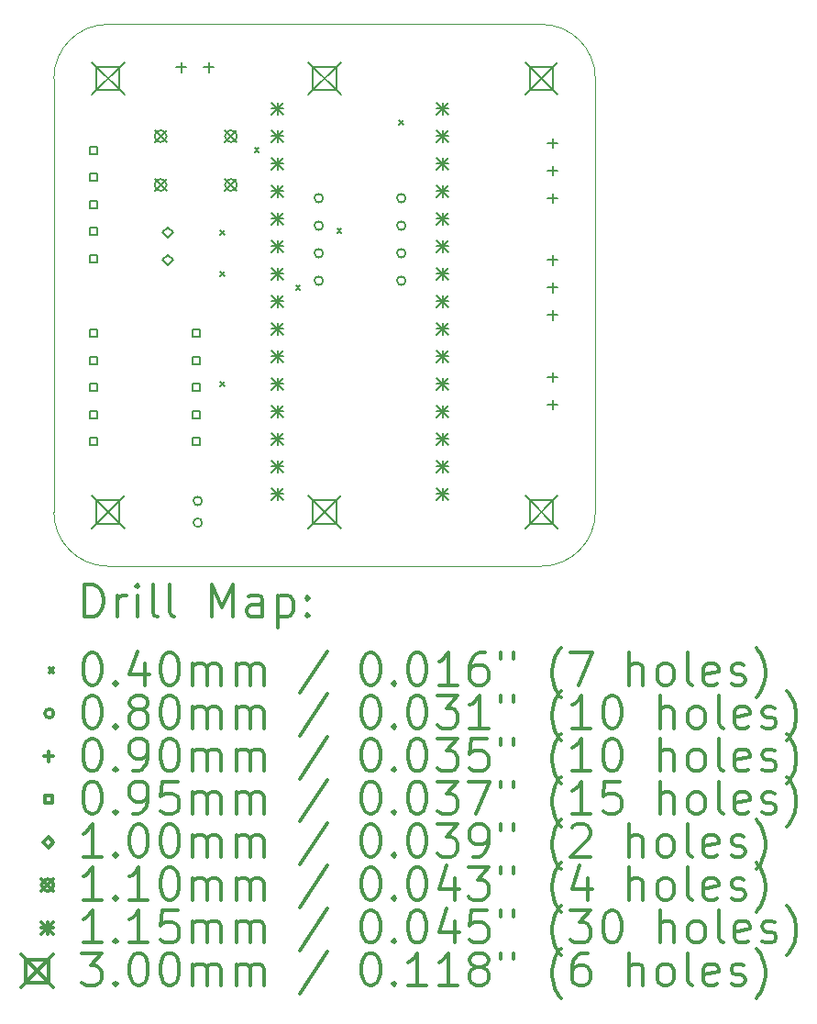
<source format=gbr>
%FSLAX45Y45*%
G04 Gerber Fmt 4.5, Leading zero omitted, Abs format (unit mm)*
G04 Created by KiCad (PCBNEW (5.1.2)-2) date 2019-12-10 15:17:44*
%MOMM*%
%LPD*%
G04 APERTURE LIST*
%ADD10C,0.050000*%
%ADD11C,0.200000*%
%ADD12C,0.300000*%
G04 APERTURE END LIST*
D10*
X14500000Y-5000000D02*
G75*
G02X15000000Y-5500000I0J-500000D01*
G01*
X15000000Y-9500000D02*
G75*
G02X14500000Y-10000000I-500000J0D01*
G01*
X10500000Y-10000000D02*
G75*
G02X10000000Y-9500000I0J500000D01*
G01*
X10000000Y-5500000D02*
G75*
G02X10500000Y-5000000I500000J0D01*
G01*
X10000000Y-9500000D02*
X10000000Y-5500000D01*
X14500000Y-10000000D02*
X10500000Y-10000000D01*
X15000000Y-5500000D02*
X15000000Y-9500000D01*
X10500000Y-5000000D02*
X14500000Y-5000000D01*
D11*
X11537000Y-6901500D02*
X11577000Y-6941500D01*
X11577000Y-6901500D02*
X11537000Y-6941500D01*
X11537000Y-7282500D02*
X11577000Y-7322500D01*
X11577000Y-7282500D02*
X11537000Y-7322500D01*
X11537000Y-8298500D02*
X11577000Y-8338500D01*
X11577000Y-8298500D02*
X11537000Y-8338500D01*
X11854500Y-6139500D02*
X11894500Y-6179500D01*
X11894500Y-6139500D02*
X11854500Y-6179500D01*
X12235500Y-7409500D02*
X12275500Y-7449500D01*
X12275500Y-7409500D02*
X12235500Y-7449500D01*
X12616500Y-6887000D02*
X12656500Y-6927000D01*
X12656500Y-6887000D02*
X12616500Y-6927000D01*
X13188000Y-5885500D02*
X13228000Y-5925500D01*
X13228000Y-5885500D02*
X13188000Y-5925500D01*
X12486000Y-6604000D02*
G75*
G03X12486000Y-6604000I-40000J0D01*
G01*
X12486000Y-6858000D02*
G75*
G03X12486000Y-6858000I-40000J0D01*
G01*
X12486000Y-7112000D02*
G75*
G03X12486000Y-7112000I-40000J0D01*
G01*
X12486000Y-7366000D02*
G75*
G03X12486000Y-7366000I-40000J0D01*
G01*
X13248000Y-6604000D02*
G75*
G03X13248000Y-6604000I-40000J0D01*
G01*
X13248000Y-6858000D02*
G75*
G03X13248000Y-6858000I-40000J0D01*
G01*
X13248000Y-7112000D02*
G75*
G03X13248000Y-7112000I-40000J0D01*
G01*
X13248000Y-7366000D02*
G75*
G03X13248000Y-7366000I-40000J0D01*
G01*
X11368400Y-9398000D02*
G75*
G03X11368400Y-9398000I-40000J0D01*
G01*
X11368400Y-9598000D02*
G75*
G03X11368400Y-9598000I-40000J0D01*
G01*
X14605000Y-6051000D02*
X14605000Y-6141000D01*
X14560000Y-6096000D02*
X14650000Y-6096000D01*
X14605000Y-6305000D02*
X14605000Y-6395000D01*
X14560000Y-6350000D02*
X14650000Y-6350000D01*
X14605000Y-6559000D02*
X14605000Y-6649000D01*
X14560000Y-6604000D02*
X14650000Y-6604000D01*
X14605000Y-8210000D02*
X14605000Y-8300000D01*
X14560000Y-8255000D02*
X14650000Y-8255000D01*
X14605000Y-8464000D02*
X14605000Y-8554000D01*
X14560000Y-8509000D02*
X14650000Y-8509000D01*
X14605000Y-7130500D02*
X14605000Y-7220500D01*
X14560000Y-7175500D02*
X14650000Y-7175500D01*
X14605000Y-7384500D02*
X14605000Y-7474500D01*
X14560000Y-7429500D02*
X14650000Y-7429500D01*
X14605000Y-7638500D02*
X14605000Y-7728500D01*
X14560000Y-7683500D02*
X14650000Y-7683500D01*
X11176000Y-5352500D02*
X11176000Y-5442500D01*
X11131000Y-5397500D02*
X11221000Y-5397500D01*
X11430000Y-5352500D02*
X11430000Y-5442500D01*
X11385000Y-5397500D02*
X11475000Y-5397500D01*
X11349288Y-7885488D02*
X11349288Y-7818312D01*
X11282112Y-7818312D01*
X11282112Y-7885488D01*
X11349288Y-7885488D01*
X11349288Y-8135488D02*
X11349288Y-8068312D01*
X11282112Y-8068312D01*
X11282112Y-8135488D01*
X11349288Y-8135488D01*
X11349288Y-8385488D02*
X11349288Y-8318312D01*
X11282112Y-8318312D01*
X11282112Y-8385488D01*
X11349288Y-8385488D01*
X11349288Y-8635488D02*
X11349288Y-8568312D01*
X11282112Y-8568312D01*
X11282112Y-8635488D01*
X11349288Y-8635488D01*
X11349288Y-8885488D02*
X11349288Y-8818312D01*
X11282112Y-8818312D01*
X11282112Y-8885488D01*
X11349288Y-8885488D01*
X10396788Y-7885488D02*
X10396788Y-7818312D01*
X10329612Y-7818312D01*
X10329612Y-7885488D01*
X10396788Y-7885488D01*
X10396788Y-8135488D02*
X10396788Y-8068312D01*
X10329612Y-8068312D01*
X10329612Y-8135488D01*
X10396788Y-8135488D01*
X10396788Y-8385488D02*
X10396788Y-8318312D01*
X10329612Y-8318312D01*
X10329612Y-8385488D01*
X10396788Y-8385488D01*
X10396788Y-8635488D02*
X10396788Y-8568312D01*
X10329612Y-8568312D01*
X10329612Y-8635488D01*
X10396788Y-8635488D01*
X10396788Y-8885488D02*
X10396788Y-8818312D01*
X10329612Y-8818312D01*
X10329612Y-8885488D01*
X10396788Y-8885488D01*
X10396788Y-6196388D02*
X10396788Y-6129212D01*
X10329612Y-6129212D01*
X10329612Y-6196388D01*
X10396788Y-6196388D01*
X10396788Y-6446388D02*
X10396788Y-6379212D01*
X10329612Y-6379212D01*
X10329612Y-6446388D01*
X10396788Y-6446388D01*
X10396788Y-6696388D02*
X10396788Y-6629212D01*
X10329612Y-6629212D01*
X10329612Y-6696388D01*
X10396788Y-6696388D01*
X10396788Y-6946388D02*
X10396788Y-6879212D01*
X10329612Y-6879212D01*
X10329612Y-6946388D01*
X10396788Y-6946388D01*
X10396788Y-7196388D02*
X10396788Y-7129212D01*
X10329612Y-7129212D01*
X10329612Y-7196388D01*
X10396788Y-7196388D01*
X11049000Y-6971500D02*
X11099000Y-6921500D01*
X11049000Y-6871500D01*
X10999000Y-6921500D01*
X11049000Y-6971500D01*
X11049000Y-7225500D02*
X11099000Y-7175500D01*
X11049000Y-7125500D01*
X10999000Y-7175500D01*
X11049000Y-7225500D01*
X10930500Y-5977500D02*
X11040500Y-6087500D01*
X11040500Y-5977500D02*
X10930500Y-6087500D01*
X11040500Y-6032500D02*
G75*
G03X11040500Y-6032500I-55000J0D01*
G01*
X10930500Y-6427500D02*
X11040500Y-6537500D01*
X11040500Y-6427500D02*
X10930500Y-6537500D01*
X11040500Y-6482500D02*
G75*
G03X11040500Y-6482500I-55000J0D01*
G01*
X11580500Y-5977500D02*
X11690500Y-6087500D01*
X11690500Y-5977500D02*
X11580500Y-6087500D01*
X11690500Y-6032500D02*
G75*
G03X11690500Y-6032500I-55000J0D01*
G01*
X11580500Y-6427500D02*
X11690500Y-6537500D01*
X11690500Y-6427500D02*
X11580500Y-6537500D01*
X11690500Y-6482500D02*
G75*
G03X11690500Y-6482500I-55000J0D01*
G01*
X12007500Y-5721000D02*
X12122500Y-5836000D01*
X12122500Y-5721000D02*
X12007500Y-5836000D01*
X12065000Y-5721000D02*
X12065000Y-5836000D01*
X12007500Y-5778500D02*
X12122500Y-5778500D01*
X12007500Y-5975000D02*
X12122500Y-6090000D01*
X12122500Y-5975000D02*
X12007500Y-6090000D01*
X12065000Y-5975000D02*
X12065000Y-6090000D01*
X12007500Y-6032500D02*
X12122500Y-6032500D01*
X12007500Y-6229000D02*
X12122500Y-6344000D01*
X12122500Y-6229000D02*
X12007500Y-6344000D01*
X12065000Y-6229000D02*
X12065000Y-6344000D01*
X12007500Y-6286500D02*
X12122500Y-6286500D01*
X12007500Y-6483000D02*
X12122500Y-6598000D01*
X12122500Y-6483000D02*
X12007500Y-6598000D01*
X12065000Y-6483000D02*
X12065000Y-6598000D01*
X12007500Y-6540500D02*
X12122500Y-6540500D01*
X12007500Y-6737000D02*
X12122500Y-6852000D01*
X12122500Y-6737000D02*
X12007500Y-6852000D01*
X12065000Y-6737000D02*
X12065000Y-6852000D01*
X12007500Y-6794500D02*
X12122500Y-6794500D01*
X12007500Y-6991000D02*
X12122500Y-7106000D01*
X12122500Y-6991000D02*
X12007500Y-7106000D01*
X12065000Y-6991000D02*
X12065000Y-7106000D01*
X12007500Y-7048500D02*
X12122500Y-7048500D01*
X12007500Y-7245000D02*
X12122500Y-7360000D01*
X12122500Y-7245000D02*
X12007500Y-7360000D01*
X12065000Y-7245000D02*
X12065000Y-7360000D01*
X12007500Y-7302500D02*
X12122500Y-7302500D01*
X12007500Y-7499000D02*
X12122500Y-7614000D01*
X12122500Y-7499000D02*
X12007500Y-7614000D01*
X12065000Y-7499000D02*
X12065000Y-7614000D01*
X12007500Y-7556500D02*
X12122500Y-7556500D01*
X12007500Y-7753000D02*
X12122500Y-7868000D01*
X12122500Y-7753000D02*
X12007500Y-7868000D01*
X12065000Y-7753000D02*
X12065000Y-7868000D01*
X12007500Y-7810500D02*
X12122500Y-7810500D01*
X12007500Y-8007000D02*
X12122500Y-8122000D01*
X12122500Y-8007000D02*
X12007500Y-8122000D01*
X12065000Y-8007000D02*
X12065000Y-8122000D01*
X12007500Y-8064500D02*
X12122500Y-8064500D01*
X12007500Y-8261000D02*
X12122500Y-8376000D01*
X12122500Y-8261000D02*
X12007500Y-8376000D01*
X12065000Y-8261000D02*
X12065000Y-8376000D01*
X12007500Y-8318500D02*
X12122500Y-8318500D01*
X12007500Y-8515000D02*
X12122500Y-8630000D01*
X12122500Y-8515000D02*
X12007500Y-8630000D01*
X12065000Y-8515000D02*
X12065000Y-8630000D01*
X12007500Y-8572500D02*
X12122500Y-8572500D01*
X12007500Y-8769000D02*
X12122500Y-8884000D01*
X12122500Y-8769000D02*
X12007500Y-8884000D01*
X12065000Y-8769000D02*
X12065000Y-8884000D01*
X12007500Y-8826500D02*
X12122500Y-8826500D01*
X12007500Y-9023000D02*
X12122500Y-9138000D01*
X12122500Y-9023000D02*
X12007500Y-9138000D01*
X12065000Y-9023000D02*
X12065000Y-9138000D01*
X12007500Y-9080500D02*
X12122500Y-9080500D01*
X12007500Y-9277000D02*
X12122500Y-9392000D01*
X12122500Y-9277000D02*
X12007500Y-9392000D01*
X12065000Y-9277000D02*
X12065000Y-9392000D01*
X12007500Y-9334500D02*
X12122500Y-9334500D01*
X13531500Y-5721000D02*
X13646500Y-5836000D01*
X13646500Y-5721000D02*
X13531500Y-5836000D01*
X13589000Y-5721000D02*
X13589000Y-5836000D01*
X13531500Y-5778500D02*
X13646500Y-5778500D01*
X13531500Y-5975000D02*
X13646500Y-6090000D01*
X13646500Y-5975000D02*
X13531500Y-6090000D01*
X13589000Y-5975000D02*
X13589000Y-6090000D01*
X13531500Y-6032500D02*
X13646500Y-6032500D01*
X13531500Y-6229000D02*
X13646500Y-6344000D01*
X13646500Y-6229000D02*
X13531500Y-6344000D01*
X13589000Y-6229000D02*
X13589000Y-6344000D01*
X13531500Y-6286500D02*
X13646500Y-6286500D01*
X13531500Y-6483000D02*
X13646500Y-6598000D01*
X13646500Y-6483000D02*
X13531500Y-6598000D01*
X13589000Y-6483000D02*
X13589000Y-6598000D01*
X13531500Y-6540500D02*
X13646500Y-6540500D01*
X13531500Y-6737000D02*
X13646500Y-6852000D01*
X13646500Y-6737000D02*
X13531500Y-6852000D01*
X13589000Y-6737000D02*
X13589000Y-6852000D01*
X13531500Y-6794500D02*
X13646500Y-6794500D01*
X13531500Y-6991000D02*
X13646500Y-7106000D01*
X13646500Y-6991000D02*
X13531500Y-7106000D01*
X13589000Y-6991000D02*
X13589000Y-7106000D01*
X13531500Y-7048500D02*
X13646500Y-7048500D01*
X13531500Y-7245000D02*
X13646500Y-7360000D01*
X13646500Y-7245000D02*
X13531500Y-7360000D01*
X13589000Y-7245000D02*
X13589000Y-7360000D01*
X13531500Y-7302500D02*
X13646500Y-7302500D01*
X13531500Y-7499000D02*
X13646500Y-7614000D01*
X13646500Y-7499000D02*
X13531500Y-7614000D01*
X13589000Y-7499000D02*
X13589000Y-7614000D01*
X13531500Y-7556500D02*
X13646500Y-7556500D01*
X13531500Y-7753000D02*
X13646500Y-7868000D01*
X13646500Y-7753000D02*
X13531500Y-7868000D01*
X13589000Y-7753000D02*
X13589000Y-7868000D01*
X13531500Y-7810500D02*
X13646500Y-7810500D01*
X13531500Y-8007000D02*
X13646500Y-8122000D01*
X13646500Y-8007000D02*
X13531500Y-8122000D01*
X13589000Y-8007000D02*
X13589000Y-8122000D01*
X13531500Y-8064500D02*
X13646500Y-8064500D01*
X13531500Y-8261000D02*
X13646500Y-8376000D01*
X13646500Y-8261000D02*
X13531500Y-8376000D01*
X13589000Y-8261000D02*
X13589000Y-8376000D01*
X13531500Y-8318500D02*
X13646500Y-8318500D01*
X13531500Y-8515000D02*
X13646500Y-8630000D01*
X13646500Y-8515000D02*
X13531500Y-8630000D01*
X13589000Y-8515000D02*
X13589000Y-8630000D01*
X13531500Y-8572500D02*
X13646500Y-8572500D01*
X13531500Y-8769000D02*
X13646500Y-8884000D01*
X13646500Y-8769000D02*
X13531500Y-8884000D01*
X13589000Y-8769000D02*
X13589000Y-8884000D01*
X13531500Y-8826500D02*
X13646500Y-8826500D01*
X13531500Y-9023000D02*
X13646500Y-9138000D01*
X13646500Y-9023000D02*
X13531500Y-9138000D01*
X13589000Y-9023000D02*
X13589000Y-9138000D01*
X13531500Y-9080500D02*
X13646500Y-9080500D01*
X13531500Y-9277000D02*
X13646500Y-9392000D01*
X13646500Y-9277000D02*
X13531500Y-9392000D01*
X13589000Y-9277000D02*
X13589000Y-9392000D01*
X13531500Y-9334500D02*
X13646500Y-9334500D01*
X10350000Y-5350000D02*
X10650000Y-5650000D01*
X10650000Y-5350000D02*
X10350000Y-5650000D01*
X10606067Y-5606067D02*
X10606067Y-5393933D01*
X10393933Y-5393933D01*
X10393933Y-5606067D01*
X10606067Y-5606067D01*
X10350000Y-9350000D02*
X10650000Y-9650000D01*
X10650000Y-9350000D02*
X10350000Y-9650000D01*
X10606067Y-9606067D02*
X10606067Y-9393933D01*
X10393933Y-9393933D01*
X10393933Y-9606067D01*
X10606067Y-9606067D01*
X12350000Y-5350000D02*
X12650000Y-5650000D01*
X12650000Y-5350000D02*
X12350000Y-5650000D01*
X12606067Y-5606067D02*
X12606067Y-5393933D01*
X12393933Y-5393933D01*
X12393933Y-5606067D01*
X12606067Y-5606067D01*
X12350000Y-9350000D02*
X12650000Y-9650000D01*
X12650000Y-9350000D02*
X12350000Y-9650000D01*
X12606067Y-9606067D02*
X12606067Y-9393933D01*
X12393933Y-9393933D01*
X12393933Y-9606067D01*
X12606067Y-9606067D01*
X14350000Y-5350000D02*
X14650000Y-5650000D01*
X14650000Y-5350000D02*
X14350000Y-5650000D01*
X14606067Y-5606067D02*
X14606067Y-5393933D01*
X14393933Y-5393933D01*
X14393933Y-5606067D01*
X14606067Y-5606067D01*
X14350000Y-9350000D02*
X14650000Y-9650000D01*
X14650000Y-9350000D02*
X14350000Y-9650000D01*
X14606067Y-9606067D02*
X14606067Y-9393933D01*
X14393933Y-9393933D01*
X14393933Y-9606067D01*
X14606067Y-9606067D01*
D12*
X10283928Y-10468214D02*
X10283928Y-10168214D01*
X10355357Y-10168214D01*
X10398214Y-10182500D01*
X10426786Y-10211072D01*
X10441071Y-10239643D01*
X10455357Y-10296786D01*
X10455357Y-10339643D01*
X10441071Y-10396786D01*
X10426786Y-10425357D01*
X10398214Y-10453929D01*
X10355357Y-10468214D01*
X10283928Y-10468214D01*
X10583928Y-10468214D02*
X10583928Y-10268214D01*
X10583928Y-10325357D02*
X10598214Y-10296786D01*
X10612500Y-10282500D01*
X10641071Y-10268214D01*
X10669643Y-10268214D01*
X10769643Y-10468214D02*
X10769643Y-10268214D01*
X10769643Y-10168214D02*
X10755357Y-10182500D01*
X10769643Y-10196786D01*
X10783928Y-10182500D01*
X10769643Y-10168214D01*
X10769643Y-10196786D01*
X10955357Y-10468214D02*
X10926786Y-10453929D01*
X10912500Y-10425357D01*
X10912500Y-10168214D01*
X11112500Y-10468214D02*
X11083928Y-10453929D01*
X11069643Y-10425357D01*
X11069643Y-10168214D01*
X11455357Y-10468214D02*
X11455357Y-10168214D01*
X11555357Y-10382500D01*
X11655357Y-10168214D01*
X11655357Y-10468214D01*
X11926786Y-10468214D02*
X11926786Y-10311072D01*
X11912500Y-10282500D01*
X11883928Y-10268214D01*
X11826786Y-10268214D01*
X11798214Y-10282500D01*
X11926786Y-10453929D02*
X11898214Y-10468214D01*
X11826786Y-10468214D01*
X11798214Y-10453929D01*
X11783928Y-10425357D01*
X11783928Y-10396786D01*
X11798214Y-10368214D01*
X11826786Y-10353929D01*
X11898214Y-10353929D01*
X11926786Y-10339643D01*
X12069643Y-10268214D02*
X12069643Y-10568214D01*
X12069643Y-10282500D02*
X12098214Y-10268214D01*
X12155357Y-10268214D01*
X12183928Y-10282500D01*
X12198214Y-10296786D01*
X12212500Y-10325357D01*
X12212500Y-10411072D01*
X12198214Y-10439643D01*
X12183928Y-10453929D01*
X12155357Y-10468214D01*
X12098214Y-10468214D01*
X12069643Y-10453929D01*
X12341071Y-10439643D02*
X12355357Y-10453929D01*
X12341071Y-10468214D01*
X12326786Y-10453929D01*
X12341071Y-10439643D01*
X12341071Y-10468214D01*
X12341071Y-10282500D02*
X12355357Y-10296786D01*
X12341071Y-10311072D01*
X12326786Y-10296786D01*
X12341071Y-10282500D01*
X12341071Y-10311072D01*
X9957500Y-10942500D02*
X9997500Y-10982500D01*
X9997500Y-10942500D02*
X9957500Y-10982500D01*
X10341071Y-10798214D02*
X10369643Y-10798214D01*
X10398214Y-10812500D01*
X10412500Y-10826786D01*
X10426786Y-10855357D01*
X10441071Y-10912500D01*
X10441071Y-10983929D01*
X10426786Y-11041072D01*
X10412500Y-11069643D01*
X10398214Y-11083929D01*
X10369643Y-11098214D01*
X10341071Y-11098214D01*
X10312500Y-11083929D01*
X10298214Y-11069643D01*
X10283928Y-11041072D01*
X10269643Y-10983929D01*
X10269643Y-10912500D01*
X10283928Y-10855357D01*
X10298214Y-10826786D01*
X10312500Y-10812500D01*
X10341071Y-10798214D01*
X10569643Y-11069643D02*
X10583928Y-11083929D01*
X10569643Y-11098214D01*
X10555357Y-11083929D01*
X10569643Y-11069643D01*
X10569643Y-11098214D01*
X10841071Y-10898214D02*
X10841071Y-11098214D01*
X10769643Y-10783929D02*
X10698214Y-10998214D01*
X10883928Y-10998214D01*
X11055357Y-10798214D02*
X11083928Y-10798214D01*
X11112500Y-10812500D01*
X11126786Y-10826786D01*
X11141071Y-10855357D01*
X11155357Y-10912500D01*
X11155357Y-10983929D01*
X11141071Y-11041072D01*
X11126786Y-11069643D01*
X11112500Y-11083929D01*
X11083928Y-11098214D01*
X11055357Y-11098214D01*
X11026786Y-11083929D01*
X11012500Y-11069643D01*
X10998214Y-11041072D01*
X10983928Y-10983929D01*
X10983928Y-10912500D01*
X10998214Y-10855357D01*
X11012500Y-10826786D01*
X11026786Y-10812500D01*
X11055357Y-10798214D01*
X11283928Y-11098214D02*
X11283928Y-10898214D01*
X11283928Y-10926786D02*
X11298214Y-10912500D01*
X11326786Y-10898214D01*
X11369643Y-10898214D01*
X11398214Y-10912500D01*
X11412500Y-10941072D01*
X11412500Y-11098214D01*
X11412500Y-10941072D02*
X11426786Y-10912500D01*
X11455357Y-10898214D01*
X11498214Y-10898214D01*
X11526786Y-10912500D01*
X11541071Y-10941072D01*
X11541071Y-11098214D01*
X11683928Y-11098214D02*
X11683928Y-10898214D01*
X11683928Y-10926786D02*
X11698214Y-10912500D01*
X11726786Y-10898214D01*
X11769643Y-10898214D01*
X11798214Y-10912500D01*
X11812500Y-10941072D01*
X11812500Y-11098214D01*
X11812500Y-10941072D02*
X11826786Y-10912500D01*
X11855357Y-10898214D01*
X11898214Y-10898214D01*
X11926786Y-10912500D01*
X11941071Y-10941072D01*
X11941071Y-11098214D01*
X12526786Y-10783929D02*
X12269643Y-11169643D01*
X12912500Y-10798214D02*
X12941071Y-10798214D01*
X12969643Y-10812500D01*
X12983928Y-10826786D01*
X12998214Y-10855357D01*
X13012500Y-10912500D01*
X13012500Y-10983929D01*
X12998214Y-11041072D01*
X12983928Y-11069643D01*
X12969643Y-11083929D01*
X12941071Y-11098214D01*
X12912500Y-11098214D01*
X12883928Y-11083929D01*
X12869643Y-11069643D01*
X12855357Y-11041072D01*
X12841071Y-10983929D01*
X12841071Y-10912500D01*
X12855357Y-10855357D01*
X12869643Y-10826786D01*
X12883928Y-10812500D01*
X12912500Y-10798214D01*
X13141071Y-11069643D02*
X13155357Y-11083929D01*
X13141071Y-11098214D01*
X13126786Y-11083929D01*
X13141071Y-11069643D01*
X13141071Y-11098214D01*
X13341071Y-10798214D02*
X13369643Y-10798214D01*
X13398214Y-10812500D01*
X13412500Y-10826786D01*
X13426786Y-10855357D01*
X13441071Y-10912500D01*
X13441071Y-10983929D01*
X13426786Y-11041072D01*
X13412500Y-11069643D01*
X13398214Y-11083929D01*
X13369643Y-11098214D01*
X13341071Y-11098214D01*
X13312500Y-11083929D01*
X13298214Y-11069643D01*
X13283928Y-11041072D01*
X13269643Y-10983929D01*
X13269643Y-10912500D01*
X13283928Y-10855357D01*
X13298214Y-10826786D01*
X13312500Y-10812500D01*
X13341071Y-10798214D01*
X13726786Y-11098214D02*
X13555357Y-11098214D01*
X13641071Y-11098214D02*
X13641071Y-10798214D01*
X13612500Y-10841072D01*
X13583928Y-10869643D01*
X13555357Y-10883929D01*
X13983928Y-10798214D02*
X13926786Y-10798214D01*
X13898214Y-10812500D01*
X13883928Y-10826786D01*
X13855357Y-10869643D01*
X13841071Y-10926786D01*
X13841071Y-11041072D01*
X13855357Y-11069643D01*
X13869643Y-11083929D01*
X13898214Y-11098214D01*
X13955357Y-11098214D01*
X13983928Y-11083929D01*
X13998214Y-11069643D01*
X14012500Y-11041072D01*
X14012500Y-10969643D01*
X13998214Y-10941072D01*
X13983928Y-10926786D01*
X13955357Y-10912500D01*
X13898214Y-10912500D01*
X13869643Y-10926786D01*
X13855357Y-10941072D01*
X13841071Y-10969643D01*
X14126786Y-10798214D02*
X14126786Y-10855357D01*
X14241071Y-10798214D02*
X14241071Y-10855357D01*
X14683928Y-11212500D02*
X14669643Y-11198214D01*
X14641071Y-11155357D01*
X14626786Y-11126786D01*
X14612500Y-11083929D01*
X14598214Y-11012500D01*
X14598214Y-10955357D01*
X14612500Y-10883929D01*
X14626786Y-10841072D01*
X14641071Y-10812500D01*
X14669643Y-10769643D01*
X14683928Y-10755357D01*
X14769643Y-10798214D02*
X14969643Y-10798214D01*
X14841071Y-11098214D01*
X15312500Y-11098214D02*
X15312500Y-10798214D01*
X15441071Y-11098214D02*
X15441071Y-10941072D01*
X15426786Y-10912500D01*
X15398214Y-10898214D01*
X15355357Y-10898214D01*
X15326786Y-10912500D01*
X15312500Y-10926786D01*
X15626786Y-11098214D02*
X15598214Y-11083929D01*
X15583928Y-11069643D01*
X15569643Y-11041072D01*
X15569643Y-10955357D01*
X15583928Y-10926786D01*
X15598214Y-10912500D01*
X15626786Y-10898214D01*
X15669643Y-10898214D01*
X15698214Y-10912500D01*
X15712500Y-10926786D01*
X15726786Y-10955357D01*
X15726786Y-11041072D01*
X15712500Y-11069643D01*
X15698214Y-11083929D01*
X15669643Y-11098214D01*
X15626786Y-11098214D01*
X15898214Y-11098214D02*
X15869643Y-11083929D01*
X15855357Y-11055357D01*
X15855357Y-10798214D01*
X16126786Y-11083929D02*
X16098214Y-11098214D01*
X16041071Y-11098214D01*
X16012500Y-11083929D01*
X15998214Y-11055357D01*
X15998214Y-10941072D01*
X16012500Y-10912500D01*
X16041071Y-10898214D01*
X16098214Y-10898214D01*
X16126786Y-10912500D01*
X16141071Y-10941072D01*
X16141071Y-10969643D01*
X15998214Y-10998214D01*
X16255357Y-11083929D02*
X16283928Y-11098214D01*
X16341071Y-11098214D01*
X16369643Y-11083929D01*
X16383928Y-11055357D01*
X16383928Y-11041072D01*
X16369643Y-11012500D01*
X16341071Y-10998214D01*
X16298214Y-10998214D01*
X16269643Y-10983929D01*
X16255357Y-10955357D01*
X16255357Y-10941072D01*
X16269643Y-10912500D01*
X16298214Y-10898214D01*
X16341071Y-10898214D01*
X16369643Y-10912500D01*
X16483928Y-11212500D02*
X16498214Y-11198214D01*
X16526786Y-11155357D01*
X16541071Y-11126786D01*
X16555357Y-11083929D01*
X16569643Y-11012500D01*
X16569643Y-10955357D01*
X16555357Y-10883929D01*
X16541071Y-10841072D01*
X16526786Y-10812500D01*
X16498214Y-10769643D01*
X16483928Y-10755357D01*
X9997500Y-11358500D02*
G75*
G03X9997500Y-11358500I-40000J0D01*
G01*
X10341071Y-11194214D02*
X10369643Y-11194214D01*
X10398214Y-11208500D01*
X10412500Y-11222786D01*
X10426786Y-11251357D01*
X10441071Y-11308500D01*
X10441071Y-11379929D01*
X10426786Y-11437071D01*
X10412500Y-11465643D01*
X10398214Y-11479929D01*
X10369643Y-11494214D01*
X10341071Y-11494214D01*
X10312500Y-11479929D01*
X10298214Y-11465643D01*
X10283928Y-11437071D01*
X10269643Y-11379929D01*
X10269643Y-11308500D01*
X10283928Y-11251357D01*
X10298214Y-11222786D01*
X10312500Y-11208500D01*
X10341071Y-11194214D01*
X10569643Y-11465643D02*
X10583928Y-11479929D01*
X10569643Y-11494214D01*
X10555357Y-11479929D01*
X10569643Y-11465643D01*
X10569643Y-11494214D01*
X10755357Y-11322786D02*
X10726786Y-11308500D01*
X10712500Y-11294214D01*
X10698214Y-11265643D01*
X10698214Y-11251357D01*
X10712500Y-11222786D01*
X10726786Y-11208500D01*
X10755357Y-11194214D01*
X10812500Y-11194214D01*
X10841071Y-11208500D01*
X10855357Y-11222786D01*
X10869643Y-11251357D01*
X10869643Y-11265643D01*
X10855357Y-11294214D01*
X10841071Y-11308500D01*
X10812500Y-11322786D01*
X10755357Y-11322786D01*
X10726786Y-11337071D01*
X10712500Y-11351357D01*
X10698214Y-11379929D01*
X10698214Y-11437071D01*
X10712500Y-11465643D01*
X10726786Y-11479929D01*
X10755357Y-11494214D01*
X10812500Y-11494214D01*
X10841071Y-11479929D01*
X10855357Y-11465643D01*
X10869643Y-11437071D01*
X10869643Y-11379929D01*
X10855357Y-11351357D01*
X10841071Y-11337071D01*
X10812500Y-11322786D01*
X11055357Y-11194214D02*
X11083928Y-11194214D01*
X11112500Y-11208500D01*
X11126786Y-11222786D01*
X11141071Y-11251357D01*
X11155357Y-11308500D01*
X11155357Y-11379929D01*
X11141071Y-11437071D01*
X11126786Y-11465643D01*
X11112500Y-11479929D01*
X11083928Y-11494214D01*
X11055357Y-11494214D01*
X11026786Y-11479929D01*
X11012500Y-11465643D01*
X10998214Y-11437071D01*
X10983928Y-11379929D01*
X10983928Y-11308500D01*
X10998214Y-11251357D01*
X11012500Y-11222786D01*
X11026786Y-11208500D01*
X11055357Y-11194214D01*
X11283928Y-11494214D02*
X11283928Y-11294214D01*
X11283928Y-11322786D02*
X11298214Y-11308500D01*
X11326786Y-11294214D01*
X11369643Y-11294214D01*
X11398214Y-11308500D01*
X11412500Y-11337071D01*
X11412500Y-11494214D01*
X11412500Y-11337071D02*
X11426786Y-11308500D01*
X11455357Y-11294214D01*
X11498214Y-11294214D01*
X11526786Y-11308500D01*
X11541071Y-11337071D01*
X11541071Y-11494214D01*
X11683928Y-11494214D02*
X11683928Y-11294214D01*
X11683928Y-11322786D02*
X11698214Y-11308500D01*
X11726786Y-11294214D01*
X11769643Y-11294214D01*
X11798214Y-11308500D01*
X11812500Y-11337071D01*
X11812500Y-11494214D01*
X11812500Y-11337071D02*
X11826786Y-11308500D01*
X11855357Y-11294214D01*
X11898214Y-11294214D01*
X11926786Y-11308500D01*
X11941071Y-11337071D01*
X11941071Y-11494214D01*
X12526786Y-11179929D02*
X12269643Y-11565643D01*
X12912500Y-11194214D02*
X12941071Y-11194214D01*
X12969643Y-11208500D01*
X12983928Y-11222786D01*
X12998214Y-11251357D01*
X13012500Y-11308500D01*
X13012500Y-11379929D01*
X12998214Y-11437071D01*
X12983928Y-11465643D01*
X12969643Y-11479929D01*
X12941071Y-11494214D01*
X12912500Y-11494214D01*
X12883928Y-11479929D01*
X12869643Y-11465643D01*
X12855357Y-11437071D01*
X12841071Y-11379929D01*
X12841071Y-11308500D01*
X12855357Y-11251357D01*
X12869643Y-11222786D01*
X12883928Y-11208500D01*
X12912500Y-11194214D01*
X13141071Y-11465643D02*
X13155357Y-11479929D01*
X13141071Y-11494214D01*
X13126786Y-11479929D01*
X13141071Y-11465643D01*
X13141071Y-11494214D01*
X13341071Y-11194214D02*
X13369643Y-11194214D01*
X13398214Y-11208500D01*
X13412500Y-11222786D01*
X13426786Y-11251357D01*
X13441071Y-11308500D01*
X13441071Y-11379929D01*
X13426786Y-11437071D01*
X13412500Y-11465643D01*
X13398214Y-11479929D01*
X13369643Y-11494214D01*
X13341071Y-11494214D01*
X13312500Y-11479929D01*
X13298214Y-11465643D01*
X13283928Y-11437071D01*
X13269643Y-11379929D01*
X13269643Y-11308500D01*
X13283928Y-11251357D01*
X13298214Y-11222786D01*
X13312500Y-11208500D01*
X13341071Y-11194214D01*
X13541071Y-11194214D02*
X13726786Y-11194214D01*
X13626786Y-11308500D01*
X13669643Y-11308500D01*
X13698214Y-11322786D01*
X13712500Y-11337071D01*
X13726786Y-11365643D01*
X13726786Y-11437071D01*
X13712500Y-11465643D01*
X13698214Y-11479929D01*
X13669643Y-11494214D01*
X13583928Y-11494214D01*
X13555357Y-11479929D01*
X13541071Y-11465643D01*
X14012500Y-11494214D02*
X13841071Y-11494214D01*
X13926786Y-11494214D02*
X13926786Y-11194214D01*
X13898214Y-11237071D01*
X13869643Y-11265643D01*
X13841071Y-11279929D01*
X14126786Y-11194214D02*
X14126786Y-11251357D01*
X14241071Y-11194214D02*
X14241071Y-11251357D01*
X14683928Y-11608500D02*
X14669643Y-11594214D01*
X14641071Y-11551357D01*
X14626786Y-11522786D01*
X14612500Y-11479929D01*
X14598214Y-11408500D01*
X14598214Y-11351357D01*
X14612500Y-11279929D01*
X14626786Y-11237071D01*
X14641071Y-11208500D01*
X14669643Y-11165643D01*
X14683928Y-11151357D01*
X14955357Y-11494214D02*
X14783928Y-11494214D01*
X14869643Y-11494214D02*
X14869643Y-11194214D01*
X14841071Y-11237071D01*
X14812500Y-11265643D01*
X14783928Y-11279929D01*
X15141071Y-11194214D02*
X15169643Y-11194214D01*
X15198214Y-11208500D01*
X15212500Y-11222786D01*
X15226786Y-11251357D01*
X15241071Y-11308500D01*
X15241071Y-11379929D01*
X15226786Y-11437071D01*
X15212500Y-11465643D01*
X15198214Y-11479929D01*
X15169643Y-11494214D01*
X15141071Y-11494214D01*
X15112500Y-11479929D01*
X15098214Y-11465643D01*
X15083928Y-11437071D01*
X15069643Y-11379929D01*
X15069643Y-11308500D01*
X15083928Y-11251357D01*
X15098214Y-11222786D01*
X15112500Y-11208500D01*
X15141071Y-11194214D01*
X15598214Y-11494214D02*
X15598214Y-11194214D01*
X15726786Y-11494214D02*
X15726786Y-11337071D01*
X15712500Y-11308500D01*
X15683928Y-11294214D01*
X15641071Y-11294214D01*
X15612500Y-11308500D01*
X15598214Y-11322786D01*
X15912500Y-11494214D02*
X15883928Y-11479929D01*
X15869643Y-11465643D01*
X15855357Y-11437071D01*
X15855357Y-11351357D01*
X15869643Y-11322786D01*
X15883928Y-11308500D01*
X15912500Y-11294214D01*
X15955357Y-11294214D01*
X15983928Y-11308500D01*
X15998214Y-11322786D01*
X16012500Y-11351357D01*
X16012500Y-11437071D01*
X15998214Y-11465643D01*
X15983928Y-11479929D01*
X15955357Y-11494214D01*
X15912500Y-11494214D01*
X16183928Y-11494214D02*
X16155357Y-11479929D01*
X16141071Y-11451357D01*
X16141071Y-11194214D01*
X16412500Y-11479929D02*
X16383928Y-11494214D01*
X16326786Y-11494214D01*
X16298214Y-11479929D01*
X16283928Y-11451357D01*
X16283928Y-11337071D01*
X16298214Y-11308500D01*
X16326786Y-11294214D01*
X16383928Y-11294214D01*
X16412500Y-11308500D01*
X16426786Y-11337071D01*
X16426786Y-11365643D01*
X16283928Y-11394214D01*
X16541071Y-11479929D02*
X16569643Y-11494214D01*
X16626786Y-11494214D01*
X16655357Y-11479929D01*
X16669643Y-11451357D01*
X16669643Y-11437071D01*
X16655357Y-11408500D01*
X16626786Y-11394214D01*
X16583928Y-11394214D01*
X16555357Y-11379929D01*
X16541071Y-11351357D01*
X16541071Y-11337071D01*
X16555357Y-11308500D01*
X16583928Y-11294214D01*
X16626786Y-11294214D01*
X16655357Y-11308500D01*
X16769643Y-11608500D02*
X16783928Y-11594214D01*
X16812500Y-11551357D01*
X16826786Y-11522786D01*
X16841071Y-11479929D01*
X16855357Y-11408500D01*
X16855357Y-11351357D01*
X16841071Y-11279929D01*
X16826786Y-11237071D01*
X16812500Y-11208500D01*
X16783928Y-11165643D01*
X16769643Y-11151357D01*
X9952500Y-11709500D02*
X9952500Y-11799500D01*
X9907500Y-11754500D02*
X9997500Y-11754500D01*
X10341071Y-11590214D02*
X10369643Y-11590214D01*
X10398214Y-11604500D01*
X10412500Y-11618786D01*
X10426786Y-11647357D01*
X10441071Y-11704500D01*
X10441071Y-11775929D01*
X10426786Y-11833071D01*
X10412500Y-11861643D01*
X10398214Y-11875929D01*
X10369643Y-11890214D01*
X10341071Y-11890214D01*
X10312500Y-11875929D01*
X10298214Y-11861643D01*
X10283928Y-11833071D01*
X10269643Y-11775929D01*
X10269643Y-11704500D01*
X10283928Y-11647357D01*
X10298214Y-11618786D01*
X10312500Y-11604500D01*
X10341071Y-11590214D01*
X10569643Y-11861643D02*
X10583928Y-11875929D01*
X10569643Y-11890214D01*
X10555357Y-11875929D01*
X10569643Y-11861643D01*
X10569643Y-11890214D01*
X10726786Y-11890214D02*
X10783928Y-11890214D01*
X10812500Y-11875929D01*
X10826786Y-11861643D01*
X10855357Y-11818786D01*
X10869643Y-11761643D01*
X10869643Y-11647357D01*
X10855357Y-11618786D01*
X10841071Y-11604500D01*
X10812500Y-11590214D01*
X10755357Y-11590214D01*
X10726786Y-11604500D01*
X10712500Y-11618786D01*
X10698214Y-11647357D01*
X10698214Y-11718786D01*
X10712500Y-11747357D01*
X10726786Y-11761643D01*
X10755357Y-11775929D01*
X10812500Y-11775929D01*
X10841071Y-11761643D01*
X10855357Y-11747357D01*
X10869643Y-11718786D01*
X11055357Y-11590214D02*
X11083928Y-11590214D01*
X11112500Y-11604500D01*
X11126786Y-11618786D01*
X11141071Y-11647357D01*
X11155357Y-11704500D01*
X11155357Y-11775929D01*
X11141071Y-11833071D01*
X11126786Y-11861643D01*
X11112500Y-11875929D01*
X11083928Y-11890214D01*
X11055357Y-11890214D01*
X11026786Y-11875929D01*
X11012500Y-11861643D01*
X10998214Y-11833071D01*
X10983928Y-11775929D01*
X10983928Y-11704500D01*
X10998214Y-11647357D01*
X11012500Y-11618786D01*
X11026786Y-11604500D01*
X11055357Y-11590214D01*
X11283928Y-11890214D02*
X11283928Y-11690214D01*
X11283928Y-11718786D02*
X11298214Y-11704500D01*
X11326786Y-11690214D01*
X11369643Y-11690214D01*
X11398214Y-11704500D01*
X11412500Y-11733071D01*
X11412500Y-11890214D01*
X11412500Y-11733071D02*
X11426786Y-11704500D01*
X11455357Y-11690214D01*
X11498214Y-11690214D01*
X11526786Y-11704500D01*
X11541071Y-11733071D01*
X11541071Y-11890214D01*
X11683928Y-11890214D02*
X11683928Y-11690214D01*
X11683928Y-11718786D02*
X11698214Y-11704500D01*
X11726786Y-11690214D01*
X11769643Y-11690214D01*
X11798214Y-11704500D01*
X11812500Y-11733071D01*
X11812500Y-11890214D01*
X11812500Y-11733071D02*
X11826786Y-11704500D01*
X11855357Y-11690214D01*
X11898214Y-11690214D01*
X11926786Y-11704500D01*
X11941071Y-11733071D01*
X11941071Y-11890214D01*
X12526786Y-11575929D02*
X12269643Y-11961643D01*
X12912500Y-11590214D02*
X12941071Y-11590214D01*
X12969643Y-11604500D01*
X12983928Y-11618786D01*
X12998214Y-11647357D01*
X13012500Y-11704500D01*
X13012500Y-11775929D01*
X12998214Y-11833071D01*
X12983928Y-11861643D01*
X12969643Y-11875929D01*
X12941071Y-11890214D01*
X12912500Y-11890214D01*
X12883928Y-11875929D01*
X12869643Y-11861643D01*
X12855357Y-11833071D01*
X12841071Y-11775929D01*
X12841071Y-11704500D01*
X12855357Y-11647357D01*
X12869643Y-11618786D01*
X12883928Y-11604500D01*
X12912500Y-11590214D01*
X13141071Y-11861643D02*
X13155357Y-11875929D01*
X13141071Y-11890214D01*
X13126786Y-11875929D01*
X13141071Y-11861643D01*
X13141071Y-11890214D01*
X13341071Y-11590214D02*
X13369643Y-11590214D01*
X13398214Y-11604500D01*
X13412500Y-11618786D01*
X13426786Y-11647357D01*
X13441071Y-11704500D01*
X13441071Y-11775929D01*
X13426786Y-11833071D01*
X13412500Y-11861643D01*
X13398214Y-11875929D01*
X13369643Y-11890214D01*
X13341071Y-11890214D01*
X13312500Y-11875929D01*
X13298214Y-11861643D01*
X13283928Y-11833071D01*
X13269643Y-11775929D01*
X13269643Y-11704500D01*
X13283928Y-11647357D01*
X13298214Y-11618786D01*
X13312500Y-11604500D01*
X13341071Y-11590214D01*
X13541071Y-11590214D02*
X13726786Y-11590214D01*
X13626786Y-11704500D01*
X13669643Y-11704500D01*
X13698214Y-11718786D01*
X13712500Y-11733071D01*
X13726786Y-11761643D01*
X13726786Y-11833071D01*
X13712500Y-11861643D01*
X13698214Y-11875929D01*
X13669643Y-11890214D01*
X13583928Y-11890214D01*
X13555357Y-11875929D01*
X13541071Y-11861643D01*
X13998214Y-11590214D02*
X13855357Y-11590214D01*
X13841071Y-11733071D01*
X13855357Y-11718786D01*
X13883928Y-11704500D01*
X13955357Y-11704500D01*
X13983928Y-11718786D01*
X13998214Y-11733071D01*
X14012500Y-11761643D01*
X14012500Y-11833071D01*
X13998214Y-11861643D01*
X13983928Y-11875929D01*
X13955357Y-11890214D01*
X13883928Y-11890214D01*
X13855357Y-11875929D01*
X13841071Y-11861643D01*
X14126786Y-11590214D02*
X14126786Y-11647357D01*
X14241071Y-11590214D02*
X14241071Y-11647357D01*
X14683928Y-12004500D02*
X14669643Y-11990214D01*
X14641071Y-11947357D01*
X14626786Y-11918786D01*
X14612500Y-11875929D01*
X14598214Y-11804500D01*
X14598214Y-11747357D01*
X14612500Y-11675929D01*
X14626786Y-11633071D01*
X14641071Y-11604500D01*
X14669643Y-11561643D01*
X14683928Y-11547357D01*
X14955357Y-11890214D02*
X14783928Y-11890214D01*
X14869643Y-11890214D02*
X14869643Y-11590214D01*
X14841071Y-11633071D01*
X14812500Y-11661643D01*
X14783928Y-11675929D01*
X15141071Y-11590214D02*
X15169643Y-11590214D01*
X15198214Y-11604500D01*
X15212500Y-11618786D01*
X15226786Y-11647357D01*
X15241071Y-11704500D01*
X15241071Y-11775929D01*
X15226786Y-11833071D01*
X15212500Y-11861643D01*
X15198214Y-11875929D01*
X15169643Y-11890214D01*
X15141071Y-11890214D01*
X15112500Y-11875929D01*
X15098214Y-11861643D01*
X15083928Y-11833071D01*
X15069643Y-11775929D01*
X15069643Y-11704500D01*
X15083928Y-11647357D01*
X15098214Y-11618786D01*
X15112500Y-11604500D01*
X15141071Y-11590214D01*
X15598214Y-11890214D02*
X15598214Y-11590214D01*
X15726786Y-11890214D02*
X15726786Y-11733071D01*
X15712500Y-11704500D01*
X15683928Y-11690214D01*
X15641071Y-11690214D01*
X15612500Y-11704500D01*
X15598214Y-11718786D01*
X15912500Y-11890214D02*
X15883928Y-11875929D01*
X15869643Y-11861643D01*
X15855357Y-11833071D01*
X15855357Y-11747357D01*
X15869643Y-11718786D01*
X15883928Y-11704500D01*
X15912500Y-11690214D01*
X15955357Y-11690214D01*
X15983928Y-11704500D01*
X15998214Y-11718786D01*
X16012500Y-11747357D01*
X16012500Y-11833071D01*
X15998214Y-11861643D01*
X15983928Y-11875929D01*
X15955357Y-11890214D01*
X15912500Y-11890214D01*
X16183928Y-11890214D02*
X16155357Y-11875929D01*
X16141071Y-11847357D01*
X16141071Y-11590214D01*
X16412500Y-11875929D02*
X16383928Y-11890214D01*
X16326786Y-11890214D01*
X16298214Y-11875929D01*
X16283928Y-11847357D01*
X16283928Y-11733071D01*
X16298214Y-11704500D01*
X16326786Y-11690214D01*
X16383928Y-11690214D01*
X16412500Y-11704500D01*
X16426786Y-11733071D01*
X16426786Y-11761643D01*
X16283928Y-11790214D01*
X16541071Y-11875929D02*
X16569643Y-11890214D01*
X16626786Y-11890214D01*
X16655357Y-11875929D01*
X16669643Y-11847357D01*
X16669643Y-11833071D01*
X16655357Y-11804500D01*
X16626786Y-11790214D01*
X16583928Y-11790214D01*
X16555357Y-11775929D01*
X16541071Y-11747357D01*
X16541071Y-11733071D01*
X16555357Y-11704500D01*
X16583928Y-11690214D01*
X16626786Y-11690214D01*
X16655357Y-11704500D01*
X16769643Y-12004500D02*
X16783928Y-11990214D01*
X16812500Y-11947357D01*
X16826786Y-11918786D01*
X16841071Y-11875929D01*
X16855357Y-11804500D01*
X16855357Y-11747357D01*
X16841071Y-11675929D01*
X16826786Y-11633071D01*
X16812500Y-11604500D01*
X16783928Y-11561643D01*
X16769643Y-11547357D01*
X9983588Y-12184088D02*
X9983588Y-12116912D01*
X9916412Y-12116912D01*
X9916412Y-12184088D01*
X9983588Y-12184088D01*
X10341071Y-11986214D02*
X10369643Y-11986214D01*
X10398214Y-12000500D01*
X10412500Y-12014786D01*
X10426786Y-12043357D01*
X10441071Y-12100500D01*
X10441071Y-12171929D01*
X10426786Y-12229071D01*
X10412500Y-12257643D01*
X10398214Y-12271929D01*
X10369643Y-12286214D01*
X10341071Y-12286214D01*
X10312500Y-12271929D01*
X10298214Y-12257643D01*
X10283928Y-12229071D01*
X10269643Y-12171929D01*
X10269643Y-12100500D01*
X10283928Y-12043357D01*
X10298214Y-12014786D01*
X10312500Y-12000500D01*
X10341071Y-11986214D01*
X10569643Y-12257643D02*
X10583928Y-12271929D01*
X10569643Y-12286214D01*
X10555357Y-12271929D01*
X10569643Y-12257643D01*
X10569643Y-12286214D01*
X10726786Y-12286214D02*
X10783928Y-12286214D01*
X10812500Y-12271929D01*
X10826786Y-12257643D01*
X10855357Y-12214786D01*
X10869643Y-12157643D01*
X10869643Y-12043357D01*
X10855357Y-12014786D01*
X10841071Y-12000500D01*
X10812500Y-11986214D01*
X10755357Y-11986214D01*
X10726786Y-12000500D01*
X10712500Y-12014786D01*
X10698214Y-12043357D01*
X10698214Y-12114786D01*
X10712500Y-12143357D01*
X10726786Y-12157643D01*
X10755357Y-12171929D01*
X10812500Y-12171929D01*
X10841071Y-12157643D01*
X10855357Y-12143357D01*
X10869643Y-12114786D01*
X11141071Y-11986214D02*
X10998214Y-11986214D01*
X10983928Y-12129071D01*
X10998214Y-12114786D01*
X11026786Y-12100500D01*
X11098214Y-12100500D01*
X11126786Y-12114786D01*
X11141071Y-12129071D01*
X11155357Y-12157643D01*
X11155357Y-12229071D01*
X11141071Y-12257643D01*
X11126786Y-12271929D01*
X11098214Y-12286214D01*
X11026786Y-12286214D01*
X10998214Y-12271929D01*
X10983928Y-12257643D01*
X11283928Y-12286214D02*
X11283928Y-12086214D01*
X11283928Y-12114786D02*
X11298214Y-12100500D01*
X11326786Y-12086214D01*
X11369643Y-12086214D01*
X11398214Y-12100500D01*
X11412500Y-12129071D01*
X11412500Y-12286214D01*
X11412500Y-12129071D02*
X11426786Y-12100500D01*
X11455357Y-12086214D01*
X11498214Y-12086214D01*
X11526786Y-12100500D01*
X11541071Y-12129071D01*
X11541071Y-12286214D01*
X11683928Y-12286214D02*
X11683928Y-12086214D01*
X11683928Y-12114786D02*
X11698214Y-12100500D01*
X11726786Y-12086214D01*
X11769643Y-12086214D01*
X11798214Y-12100500D01*
X11812500Y-12129071D01*
X11812500Y-12286214D01*
X11812500Y-12129071D02*
X11826786Y-12100500D01*
X11855357Y-12086214D01*
X11898214Y-12086214D01*
X11926786Y-12100500D01*
X11941071Y-12129071D01*
X11941071Y-12286214D01*
X12526786Y-11971929D02*
X12269643Y-12357643D01*
X12912500Y-11986214D02*
X12941071Y-11986214D01*
X12969643Y-12000500D01*
X12983928Y-12014786D01*
X12998214Y-12043357D01*
X13012500Y-12100500D01*
X13012500Y-12171929D01*
X12998214Y-12229071D01*
X12983928Y-12257643D01*
X12969643Y-12271929D01*
X12941071Y-12286214D01*
X12912500Y-12286214D01*
X12883928Y-12271929D01*
X12869643Y-12257643D01*
X12855357Y-12229071D01*
X12841071Y-12171929D01*
X12841071Y-12100500D01*
X12855357Y-12043357D01*
X12869643Y-12014786D01*
X12883928Y-12000500D01*
X12912500Y-11986214D01*
X13141071Y-12257643D02*
X13155357Y-12271929D01*
X13141071Y-12286214D01*
X13126786Y-12271929D01*
X13141071Y-12257643D01*
X13141071Y-12286214D01*
X13341071Y-11986214D02*
X13369643Y-11986214D01*
X13398214Y-12000500D01*
X13412500Y-12014786D01*
X13426786Y-12043357D01*
X13441071Y-12100500D01*
X13441071Y-12171929D01*
X13426786Y-12229071D01*
X13412500Y-12257643D01*
X13398214Y-12271929D01*
X13369643Y-12286214D01*
X13341071Y-12286214D01*
X13312500Y-12271929D01*
X13298214Y-12257643D01*
X13283928Y-12229071D01*
X13269643Y-12171929D01*
X13269643Y-12100500D01*
X13283928Y-12043357D01*
X13298214Y-12014786D01*
X13312500Y-12000500D01*
X13341071Y-11986214D01*
X13541071Y-11986214D02*
X13726786Y-11986214D01*
X13626786Y-12100500D01*
X13669643Y-12100500D01*
X13698214Y-12114786D01*
X13712500Y-12129071D01*
X13726786Y-12157643D01*
X13726786Y-12229071D01*
X13712500Y-12257643D01*
X13698214Y-12271929D01*
X13669643Y-12286214D01*
X13583928Y-12286214D01*
X13555357Y-12271929D01*
X13541071Y-12257643D01*
X13826786Y-11986214D02*
X14026786Y-11986214D01*
X13898214Y-12286214D01*
X14126786Y-11986214D02*
X14126786Y-12043357D01*
X14241071Y-11986214D02*
X14241071Y-12043357D01*
X14683928Y-12400500D02*
X14669643Y-12386214D01*
X14641071Y-12343357D01*
X14626786Y-12314786D01*
X14612500Y-12271929D01*
X14598214Y-12200500D01*
X14598214Y-12143357D01*
X14612500Y-12071929D01*
X14626786Y-12029071D01*
X14641071Y-12000500D01*
X14669643Y-11957643D01*
X14683928Y-11943357D01*
X14955357Y-12286214D02*
X14783928Y-12286214D01*
X14869643Y-12286214D02*
X14869643Y-11986214D01*
X14841071Y-12029071D01*
X14812500Y-12057643D01*
X14783928Y-12071929D01*
X15226786Y-11986214D02*
X15083928Y-11986214D01*
X15069643Y-12129071D01*
X15083928Y-12114786D01*
X15112500Y-12100500D01*
X15183928Y-12100500D01*
X15212500Y-12114786D01*
X15226786Y-12129071D01*
X15241071Y-12157643D01*
X15241071Y-12229071D01*
X15226786Y-12257643D01*
X15212500Y-12271929D01*
X15183928Y-12286214D01*
X15112500Y-12286214D01*
X15083928Y-12271929D01*
X15069643Y-12257643D01*
X15598214Y-12286214D02*
X15598214Y-11986214D01*
X15726786Y-12286214D02*
X15726786Y-12129071D01*
X15712500Y-12100500D01*
X15683928Y-12086214D01*
X15641071Y-12086214D01*
X15612500Y-12100500D01*
X15598214Y-12114786D01*
X15912500Y-12286214D02*
X15883928Y-12271929D01*
X15869643Y-12257643D01*
X15855357Y-12229071D01*
X15855357Y-12143357D01*
X15869643Y-12114786D01*
X15883928Y-12100500D01*
X15912500Y-12086214D01*
X15955357Y-12086214D01*
X15983928Y-12100500D01*
X15998214Y-12114786D01*
X16012500Y-12143357D01*
X16012500Y-12229071D01*
X15998214Y-12257643D01*
X15983928Y-12271929D01*
X15955357Y-12286214D01*
X15912500Y-12286214D01*
X16183928Y-12286214D02*
X16155357Y-12271929D01*
X16141071Y-12243357D01*
X16141071Y-11986214D01*
X16412500Y-12271929D02*
X16383928Y-12286214D01*
X16326786Y-12286214D01*
X16298214Y-12271929D01*
X16283928Y-12243357D01*
X16283928Y-12129071D01*
X16298214Y-12100500D01*
X16326786Y-12086214D01*
X16383928Y-12086214D01*
X16412500Y-12100500D01*
X16426786Y-12129071D01*
X16426786Y-12157643D01*
X16283928Y-12186214D01*
X16541071Y-12271929D02*
X16569643Y-12286214D01*
X16626786Y-12286214D01*
X16655357Y-12271929D01*
X16669643Y-12243357D01*
X16669643Y-12229071D01*
X16655357Y-12200500D01*
X16626786Y-12186214D01*
X16583928Y-12186214D01*
X16555357Y-12171929D01*
X16541071Y-12143357D01*
X16541071Y-12129071D01*
X16555357Y-12100500D01*
X16583928Y-12086214D01*
X16626786Y-12086214D01*
X16655357Y-12100500D01*
X16769643Y-12400500D02*
X16783928Y-12386214D01*
X16812500Y-12343357D01*
X16826786Y-12314786D01*
X16841071Y-12271929D01*
X16855357Y-12200500D01*
X16855357Y-12143357D01*
X16841071Y-12071929D01*
X16826786Y-12029071D01*
X16812500Y-12000500D01*
X16783928Y-11957643D01*
X16769643Y-11943357D01*
X9947500Y-12596500D02*
X9997500Y-12546500D01*
X9947500Y-12496500D01*
X9897500Y-12546500D01*
X9947500Y-12596500D01*
X10441071Y-12682214D02*
X10269643Y-12682214D01*
X10355357Y-12682214D02*
X10355357Y-12382214D01*
X10326786Y-12425071D01*
X10298214Y-12453643D01*
X10269643Y-12467929D01*
X10569643Y-12653643D02*
X10583928Y-12667929D01*
X10569643Y-12682214D01*
X10555357Y-12667929D01*
X10569643Y-12653643D01*
X10569643Y-12682214D01*
X10769643Y-12382214D02*
X10798214Y-12382214D01*
X10826786Y-12396500D01*
X10841071Y-12410786D01*
X10855357Y-12439357D01*
X10869643Y-12496500D01*
X10869643Y-12567929D01*
X10855357Y-12625071D01*
X10841071Y-12653643D01*
X10826786Y-12667929D01*
X10798214Y-12682214D01*
X10769643Y-12682214D01*
X10741071Y-12667929D01*
X10726786Y-12653643D01*
X10712500Y-12625071D01*
X10698214Y-12567929D01*
X10698214Y-12496500D01*
X10712500Y-12439357D01*
X10726786Y-12410786D01*
X10741071Y-12396500D01*
X10769643Y-12382214D01*
X11055357Y-12382214D02*
X11083928Y-12382214D01*
X11112500Y-12396500D01*
X11126786Y-12410786D01*
X11141071Y-12439357D01*
X11155357Y-12496500D01*
X11155357Y-12567929D01*
X11141071Y-12625071D01*
X11126786Y-12653643D01*
X11112500Y-12667929D01*
X11083928Y-12682214D01*
X11055357Y-12682214D01*
X11026786Y-12667929D01*
X11012500Y-12653643D01*
X10998214Y-12625071D01*
X10983928Y-12567929D01*
X10983928Y-12496500D01*
X10998214Y-12439357D01*
X11012500Y-12410786D01*
X11026786Y-12396500D01*
X11055357Y-12382214D01*
X11283928Y-12682214D02*
X11283928Y-12482214D01*
X11283928Y-12510786D02*
X11298214Y-12496500D01*
X11326786Y-12482214D01*
X11369643Y-12482214D01*
X11398214Y-12496500D01*
X11412500Y-12525071D01*
X11412500Y-12682214D01*
X11412500Y-12525071D02*
X11426786Y-12496500D01*
X11455357Y-12482214D01*
X11498214Y-12482214D01*
X11526786Y-12496500D01*
X11541071Y-12525071D01*
X11541071Y-12682214D01*
X11683928Y-12682214D02*
X11683928Y-12482214D01*
X11683928Y-12510786D02*
X11698214Y-12496500D01*
X11726786Y-12482214D01*
X11769643Y-12482214D01*
X11798214Y-12496500D01*
X11812500Y-12525071D01*
X11812500Y-12682214D01*
X11812500Y-12525071D02*
X11826786Y-12496500D01*
X11855357Y-12482214D01*
X11898214Y-12482214D01*
X11926786Y-12496500D01*
X11941071Y-12525071D01*
X11941071Y-12682214D01*
X12526786Y-12367929D02*
X12269643Y-12753643D01*
X12912500Y-12382214D02*
X12941071Y-12382214D01*
X12969643Y-12396500D01*
X12983928Y-12410786D01*
X12998214Y-12439357D01*
X13012500Y-12496500D01*
X13012500Y-12567929D01*
X12998214Y-12625071D01*
X12983928Y-12653643D01*
X12969643Y-12667929D01*
X12941071Y-12682214D01*
X12912500Y-12682214D01*
X12883928Y-12667929D01*
X12869643Y-12653643D01*
X12855357Y-12625071D01*
X12841071Y-12567929D01*
X12841071Y-12496500D01*
X12855357Y-12439357D01*
X12869643Y-12410786D01*
X12883928Y-12396500D01*
X12912500Y-12382214D01*
X13141071Y-12653643D02*
X13155357Y-12667929D01*
X13141071Y-12682214D01*
X13126786Y-12667929D01*
X13141071Y-12653643D01*
X13141071Y-12682214D01*
X13341071Y-12382214D02*
X13369643Y-12382214D01*
X13398214Y-12396500D01*
X13412500Y-12410786D01*
X13426786Y-12439357D01*
X13441071Y-12496500D01*
X13441071Y-12567929D01*
X13426786Y-12625071D01*
X13412500Y-12653643D01*
X13398214Y-12667929D01*
X13369643Y-12682214D01*
X13341071Y-12682214D01*
X13312500Y-12667929D01*
X13298214Y-12653643D01*
X13283928Y-12625071D01*
X13269643Y-12567929D01*
X13269643Y-12496500D01*
X13283928Y-12439357D01*
X13298214Y-12410786D01*
X13312500Y-12396500D01*
X13341071Y-12382214D01*
X13541071Y-12382214D02*
X13726786Y-12382214D01*
X13626786Y-12496500D01*
X13669643Y-12496500D01*
X13698214Y-12510786D01*
X13712500Y-12525071D01*
X13726786Y-12553643D01*
X13726786Y-12625071D01*
X13712500Y-12653643D01*
X13698214Y-12667929D01*
X13669643Y-12682214D01*
X13583928Y-12682214D01*
X13555357Y-12667929D01*
X13541071Y-12653643D01*
X13869643Y-12682214D02*
X13926786Y-12682214D01*
X13955357Y-12667929D01*
X13969643Y-12653643D01*
X13998214Y-12610786D01*
X14012500Y-12553643D01*
X14012500Y-12439357D01*
X13998214Y-12410786D01*
X13983928Y-12396500D01*
X13955357Y-12382214D01*
X13898214Y-12382214D01*
X13869643Y-12396500D01*
X13855357Y-12410786D01*
X13841071Y-12439357D01*
X13841071Y-12510786D01*
X13855357Y-12539357D01*
X13869643Y-12553643D01*
X13898214Y-12567929D01*
X13955357Y-12567929D01*
X13983928Y-12553643D01*
X13998214Y-12539357D01*
X14012500Y-12510786D01*
X14126786Y-12382214D02*
X14126786Y-12439357D01*
X14241071Y-12382214D02*
X14241071Y-12439357D01*
X14683928Y-12796500D02*
X14669643Y-12782214D01*
X14641071Y-12739357D01*
X14626786Y-12710786D01*
X14612500Y-12667929D01*
X14598214Y-12596500D01*
X14598214Y-12539357D01*
X14612500Y-12467929D01*
X14626786Y-12425071D01*
X14641071Y-12396500D01*
X14669643Y-12353643D01*
X14683928Y-12339357D01*
X14783928Y-12410786D02*
X14798214Y-12396500D01*
X14826786Y-12382214D01*
X14898214Y-12382214D01*
X14926786Y-12396500D01*
X14941071Y-12410786D01*
X14955357Y-12439357D01*
X14955357Y-12467929D01*
X14941071Y-12510786D01*
X14769643Y-12682214D01*
X14955357Y-12682214D01*
X15312500Y-12682214D02*
X15312500Y-12382214D01*
X15441071Y-12682214D02*
X15441071Y-12525071D01*
X15426786Y-12496500D01*
X15398214Y-12482214D01*
X15355357Y-12482214D01*
X15326786Y-12496500D01*
X15312500Y-12510786D01*
X15626786Y-12682214D02*
X15598214Y-12667929D01*
X15583928Y-12653643D01*
X15569643Y-12625071D01*
X15569643Y-12539357D01*
X15583928Y-12510786D01*
X15598214Y-12496500D01*
X15626786Y-12482214D01*
X15669643Y-12482214D01*
X15698214Y-12496500D01*
X15712500Y-12510786D01*
X15726786Y-12539357D01*
X15726786Y-12625071D01*
X15712500Y-12653643D01*
X15698214Y-12667929D01*
X15669643Y-12682214D01*
X15626786Y-12682214D01*
X15898214Y-12682214D02*
X15869643Y-12667929D01*
X15855357Y-12639357D01*
X15855357Y-12382214D01*
X16126786Y-12667929D02*
X16098214Y-12682214D01*
X16041071Y-12682214D01*
X16012500Y-12667929D01*
X15998214Y-12639357D01*
X15998214Y-12525071D01*
X16012500Y-12496500D01*
X16041071Y-12482214D01*
X16098214Y-12482214D01*
X16126786Y-12496500D01*
X16141071Y-12525071D01*
X16141071Y-12553643D01*
X15998214Y-12582214D01*
X16255357Y-12667929D02*
X16283928Y-12682214D01*
X16341071Y-12682214D01*
X16369643Y-12667929D01*
X16383928Y-12639357D01*
X16383928Y-12625071D01*
X16369643Y-12596500D01*
X16341071Y-12582214D01*
X16298214Y-12582214D01*
X16269643Y-12567929D01*
X16255357Y-12539357D01*
X16255357Y-12525071D01*
X16269643Y-12496500D01*
X16298214Y-12482214D01*
X16341071Y-12482214D01*
X16369643Y-12496500D01*
X16483928Y-12796500D02*
X16498214Y-12782214D01*
X16526786Y-12739357D01*
X16541071Y-12710786D01*
X16555357Y-12667929D01*
X16569643Y-12596500D01*
X16569643Y-12539357D01*
X16555357Y-12467929D01*
X16541071Y-12425071D01*
X16526786Y-12396500D01*
X16498214Y-12353643D01*
X16483928Y-12339357D01*
X9887500Y-12887500D02*
X9997500Y-12997500D01*
X9997500Y-12887500D02*
X9887500Y-12997500D01*
X9997500Y-12942500D02*
G75*
G03X9997500Y-12942500I-55000J0D01*
G01*
X10441071Y-13078214D02*
X10269643Y-13078214D01*
X10355357Y-13078214D02*
X10355357Y-12778214D01*
X10326786Y-12821071D01*
X10298214Y-12849643D01*
X10269643Y-12863929D01*
X10569643Y-13049643D02*
X10583928Y-13063929D01*
X10569643Y-13078214D01*
X10555357Y-13063929D01*
X10569643Y-13049643D01*
X10569643Y-13078214D01*
X10869643Y-13078214D02*
X10698214Y-13078214D01*
X10783928Y-13078214D02*
X10783928Y-12778214D01*
X10755357Y-12821071D01*
X10726786Y-12849643D01*
X10698214Y-12863929D01*
X11055357Y-12778214D02*
X11083928Y-12778214D01*
X11112500Y-12792500D01*
X11126786Y-12806786D01*
X11141071Y-12835357D01*
X11155357Y-12892500D01*
X11155357Y-12963929D01*
X11141071Y-13021071D01*
X11126786Y-13049643D01*
X11112500Y-13063929D01*
X11083928Y-13078214D01*
X11055357Y-13078214D01*
X11026786Y-13063929D01*
X11012500Y-13049643D01*
X10998214Y-13021071D01*
X10983928Y-12963929D01*
X10983928Y-12892500D01*
X10998214Y-12835357D01*
X11012500Y-12806786D01*
X11026786Y-12792500D01*
X11055357Y-12778214D01*
X11283928Y-13078214D02*
X11283928Y-12878214D01*
X11283928Y-12906786D02*
X11298214Y-12892500D01*
X11326786Y-12878214D01*
X11369643Y-12878214D01*
X11398214Y-12892500D01*
X11412500Y-12921071D01*
X11412500Y-13078214D01*
X11412500Y-12921071D02*
X11426786Y-12892500D01*
X11455357Y-12878214D01*
X11498214Y-12878214D01*
X11526786Y-12892500D01*
X11541071Y-12921071D01*
X11541071Y-13078214D01*
X11683928Y-13078214D02*
X11683928Y-12878214D01*
X11683928Y-12906786D02*
X11698214Y-12892500D01*
X11726786Y-12878214D01*
X11769643Y-12878214D01*
X11798214Y-12892500D01*
X11812500Y-12921071D01*
X11812500Y-13078214D01*
X11812500Y-12921071D02*
X11826786Y-12892500D01*
X11855357Y-12878214D01*
X11898214Y-12878214D01*
X11926786Y-12892500D01*
X11941071Y-12921071D01*
X11941071Y-13078214D01*
X12526786Y-12763929D02*
X12269643Y-13149643D01*
X12912500Y-12778214D02*
X12941071Y-12778214D01*
X12969643Y-12792500D01*
X12983928Y-12806786D01*
X12998214Y-12835357D01*
X13012500Y-12892500D01*
X13012500Y-12963929D01*
X12998214Y-13021071D01*
X12983928Y-13049643D01*
X12969643Y-13063929D01*
X12941071Y-13078214D01*
X12912500Y-13078214D01*
X12883928Y-13063929D01*
X12869643Y-13049643D01*
X12855357Y-13021071D01*
X12841071Y-12963929D01*
X12841071Y-12892500D01*
X12855357Y-12835357D01*
X12869643Y-12806786D01*
X12883928Y-12792500D01*
X12912500Y-12778214D01*
X13141071Y-13049643D02*
X13155357Y-13063929D01*
X13141071Y-13078214D01*
X13126786Y-13063929D01*
X13141071Y-13049643D01*
X13141071Y-13078214D01*
X13341071Y-12778214D02*
X13369643Y-12778214D01*
X13398214Y-12792500D01*
X13412500Y-12806786D01*
X13426786Y-12835357D01*
X13441071Y-12892500D01*
X13441071Y-12963929D01*
X13426786Y-13021071D01*
X13412500Y-13049643D01*
X13398214Y-13063929D01*
X13369643Y-13078214D01*
X13341071Y-13078214D01*
X13312500Y-13063929D01*
X13298214Y-13049643D01*
X13283928Y-13021071D01*
X13269643Y-12963929D01*
X13269643Y-12892500D01*
X13283928Y-12835357D01*
X13298214Y-12806786D01*
X13312500Y-12792500D01*
X13341071Y-12778214D01*
X13698214Y-12878214D02*
X13698214Y-13078214D01*
X13626786Y-12763929D02*
X13555357Y-12978214D01*
X13741071Y-12978214D01*
X13826786Y-12778214D02*
X14012500Y-12778214D01*
X13912500Y-12892500D01*
X13955357Y-12892500D01*
X13983928Y-12906786D01*
X13998214Y-12921071D01*
X14012500Y-12949643D01*
X14012500Y-13021071D01*
X13998214Y-13049643D01*
X13983928Y-13063929D01*
X13955357Y-13078214D01*
X13869643Y-13078214D01*
X13841071Y-13063929D01*
X13826786Y-13049643D01*
X14126786Y-12778214D02*
X14126786Y-12835357D01*
X14241071Y-12778214D02*
X14241071Y-12835357D01*
X14683928Y-13192500D02*
X14669643Y-13178214D01*
X14641071Y-13135357D01*
X14626786Y-13106786D01*
X14612500Y-13063929D01*
X14598214Y-12992500D01*
X14598214Y-12935357D01*
X14612500Y-12863929D01*
X14626786Y-12821071D01*
X14641071Y-12792500D01*
X14669643Y-12749643D01*
X14683928Y-12735357D01*
X14926786Y-12878214D02*
X14926786Y-13078214D01*
X14855357Y-12763929D02*
X14783928Y-12978214D01*
X14969643Y-12978214D01*
X15312500Y-13078214D02*
X15312500Y-12778214D01*
X15441071Y-13078214D02*
X15441071Y-12921071D01*
X15426786Y-12892500D01*
X15398214Y-12878214D01*
X15355357Y-12878214D01*
X15326786Y-12892500D01*
X15312500Y-12906786D01*
X15626786Y-13078214D02*
X15598214Y-13063929D01*
X15583928Y-13049643D01*
X15569643Y-13021071D01*
X15569643Y-12935357D01*
X15583928Y-12906786D01*
X15598214Y-12892500D01*
X15626786Y-12878214D01*
X15669643Y-12878214D01*
X15698214Y-12892500D01*
X15712500Y-12906786D01*
X15726786Y-12935357D01*
X15726786Y-13021071D01*
X15712500Y-13049643D01*
X15698214Y-13063929D01*
X15669643Y-13078214D01*
X15626786Y-13078214D01*
X15898214Y-13078214D02*
X15869643Y-13063929D01*
X15855357Y-13035357D01*
X15855357Y-12778214D01*
X16126786Y-13063929D02*
X16098214Y-13078214D01*
X16041071Y-13078214D01*
X16012500Y-13063929D01*
X15998214Y-13035357D01*
X15998214Y-12921071D01*
X16012500Y-12892500D01*
X16041071Y-12878214D01*
X16098214Y-12878214D01*
X16126786Y-12892500D01*
X16141071Y-12921071D01*
X16141071Y-12949643D01*
X15998214Y-12978214D01*
X16255357Y-13063929D02*
X16283928Y-13078214D01*
X16341071Y-13078214D01*
X16369643Y-13063929D01*
X16383928Y-13035357D01*
X16383928Y-13021071D01*
X16369643Y-12992500D01*
X16341071Y-12978214D01*
X16298214Y-12978214D01*
X16269643Y-12963929D01*
X16255357Y-12935357D01*
X16255357Y-12921071D01*
X16269643Y-12892500D01*
X16298214Y-12878214D01*
X16341071Y-12878214D01*
X16369643Y-12892500D01*
X16483928Y-13192500D02*
X16498214Y-13178214D01*
X16526786Y-13135357D01*
X16541071Y-13106786D01*
X16555357Y-13063929D01*
X16569643Y-12992500D01*
X16569643Y-12935357D01*
X16555357Y-12863929D01*
X16541071Y-12821071D01*
X16526786Y-12792500D01*
X16498214Y-12749643D01*
X16483928Y-12735357D01*
X9882500Y-13281000D02*
X9997500Y-13396000D01*
X9997500Y-13281000D02*
X9882500Y-13396000D01*
X9940000Y-13281000D02*
X9940000Y-13396000D01*
X9882500Y-13338500D02*
X9997500Y-13338500D01*
X10441071Y-13474214D02*
X10269643Y-13474214D01*
X10355357Y-13474214D02*
X10355357Y-13174214D01*
X10326786Y-13217071D01*
X10298214Y-13245643D01*
X10269643Y-13259929D01*
X10569643Y-13445643D02*
X10583928Y-13459929D01*
X10569643Y-13474214D01*
X10555357Y-13459929D01*
X10569643Y-13445643D01*
X10569643Y-13474214D01*
X10869643Y-13474214D02*
X10698214Y-13474214D01*
X10783928Y-13474214D02*
X10783928Y-13174214D01*
X10755357Y-13217071D01*
X10726786Y-13245643D01*
X10698214Y-13259929D01*
X11141071Y-13174214D02*
X10998214Y-13174214D01*
X10983928Y-13317071D01*
X10998214Y-13302786D01*
X11026786Y-13288500D01*
X11098214Y-13288500D01*
X11126786Y-13302786D01*
X11141071Y-13317071D01*
X11155357Y-13345643D01*
X11155357Y-13417071D01*
X11141071Y-13445643D01*
X11126786Y-13459929D01*
X11098214Y-13474214D01*
X11026786Y-13474214D01*
X10998214Y-13459929D01*
X10983928Y-13445643D01*
X11283928Y-13474214D02*
X11283928Y-13274214D01*
X11283928Y-13302786D02*
X11298214Y-13288500D01*
X11326786Y-13274214D01*
X11369643Y-13274214D01*
X11398214Y-13288500D01*
X11412500Y-13317071D01*
X11412500Y-13474214D01*
X11412500Y-13317071D02*
X11426786Y-13288500D01*
X11455357Y-13274214D01*
X11498214Y-13274214D01*
X11526786Y-13288500D01*
X11541071Y-13317071D01*
X11541071Y-13474214D01*
X11683928Y-13474214D02*
X11683928Y-13274214D01*
X11683928Y-13302786D02*
X11698214Y-13288500D01*
X11726786Y-13274214D01*
X11769643Y-13274214D01*
X11798214Y-13288500D01*
X11812500Y-13317071D01*
X11812500Y-13474214D01*
X11812500Y-13317071D02*
X11826786Y-13288500D01*
X11855357Y-13274214D01*
X11898214Y-13274214D01*
X11926786Y-13288500D01*
X11941071Y-13317071D01*
X11941071Y-13474214D01*
X12526786Y-13159929D02*
X12269643Y-13545643D01*
X12912500Y-13174214D02*
X12941071Y-13174214D01*
X12969643Y-13188500D01*
X12983928Y-13202786D01*
X12998214Y-13231357D01*
X13012500Y-13288500D01*
X13012500Y-13359929D01*
X12998214Y-13417071D01*
X12983928Y-13445643D01*
X12969643Y-13459929D01*
X12941071Y-13474214D01*
X12912500Y-13474214D01*
X12883928Y-13459929D01*
X12869643Y-13445643D01*
X12855357Y-13417071D01*
X12841071Y-13359929D01*
X12841071Y-13288500D01*
X12855357Y-13231357D01*
X12869643Y-13202786D01*
X12883928Y-13188500D01*
X12912500Y-13174214D01*
X13141071Y-13445643D02*
X13155357Y-13459929D01*
X13141071Y-13474214D01*
X13126786Y-13459929D01*
X13141071Y-13445643D01*
X13141071Y-13474214D01*
X13341071Y-13174214D02*
X13369643Y-13174214D01*
X13398214Y-13188500D01*
X13412500Y-13202786D01*
X13426786Y-13231357D01*
X13441071Y-13288500D01*
X13441071Y-13359929D01*
X13426786Y-13417071D01*
X13412500Y-13445643D01*
X13398214Y-13459929D01*
X13369643Y-13474214D01*
X13341071Y-13474214D01*
X13312500Y-13459929D01*
X13298214Y-13445643D01*
X13283928Y-13417071D01*
X13269643Y-13359929D01*
X13269643Y-13288500D01*
X13283928Y-13231357D01*
X13298214Y-13202786D01*
X13312500Y-13188500D01*
X13341071Y-13174214D01*
X13698214Y-13274214D02*
X13698214Y-13474214D01*
X13626786Y-13159929D02*
X13555357Y-13374214D01*
X13741071Y-13374214D01*
X13998214Y-13174214D02*
X13855357Y-13174214D01*
X13841071Y-13317071D01*
X13855357Y-13302786D01*
X13883928Y-13288500D01*
X13955357Y-13288500D01*
X13983928Y-13302786D01*
X13998214Y-13317071D01*
X14012500Y-13345643D01*
X14012500Y-13417071D01*
X13998214Y-13445643D01*
X13983928Y-13459929D01*
X13955357Y-13474214D01*
X13883928Y-13474214D01*
X13855357Y-13459929D01*
X13841071Y-13445643D01*
X14126786Y-13174214D02*
X14126786Y-13231357D01*
X14241071Y-13174214D02*
X14241071Y-13231357D01*
X14683928Y-13588500D02*
X14669643Y-13574214D01*
X14641071Y-13531357D01*
X14626786Y-13502786D01*
X14612500Y-13459929D01*
X14598214Y-13388500D01*
X14598214Y-13331357D01*
X14612500Y-13259929D01*
X14626786Y-13217071D01*
X14641071Y-13188500D01*
X14669643Y-13145643D01*
X14683928Y-13131357D01*
X14769643Y-13174214D02*
X14955357Y-13174214D01*
X14855357Y-13288500D01*
X14898214Y-13288500D01*
X14926786Y-13302786D01*
X14941071Y-13317071D01*
X14955357Y-13345643D01*
X14955357Y-13417071D01*
X14941071Y-13445643D01*
X14926786Y-13459929D01*
X14898214Y-13474214D01*
X14812500Y-13474214D01*
X14783928Y-13459929D01*
X14769643Y-13445643D01*
X15141071Y-13174214D02*
X15169643Y-13174214D01*
X15198214Y-13188500D01*
X15212500Y-13202786D01*
X15226786Y-13231357D01*
X15241071Y-13288500D01*
X15241071Y-13359929D01*
X15226786Y-13417071D01*
X15212500Y-13445643D01*
X15198214Y-13459929D01*
X15169643Y-13474214D01*
X15141071Y-13474214D01*
X15112500Y-13459929D01*
X15098214Y-13445643D01*
X15083928Y-13417071D01*
X15069643Y-13359929D01*
X15069643Y-13288500D01*
X15083928Y-13231357D01*
X15098214Y-13202786D01*
X15112500Y-13188500D01*
X15141071Y-13174214D01*
X15598214Y-13474214D02*
X15598214Y-13174214D01*
X15726786Y-13474214D02*
X15726786Y-13317071D01*
X15712500Y-13288500D01*
X15683928Y-13274214D01*
X15641071Y-13274214D01*
X15612500Y-13288500D01*
X15598214Y-13302786D01*
X15912500Y-13474214D02*
X15883928Y-13459929D01*
X15869643Y-13445643D01*
X15855357Y-13417071D01*
X15855357Y-13331357D01*
X15869643Y-13302786D01*
X15883928Y-13288500D01*
X15912500Y-13274214D01*
X15955357Y-13274214D01*
X15983928Y-13288500D01*
X15998214Y-13302786D01*
X16012500Y-13331357D01*
X16012500Y-13417071D01*
X15998214Y-13445643D01*
X15983928Y-13459929D01*
X15955357Y-13474214D01*
X15912500Y-13474214D01*
X16183928Y-13474214D02*
X16155357Y-13459929D01*
X16141071Y-13431357D01*
X16141071Y-13174214D01*
X16412500Y-13459929D02*
X16383928Y-13474214D01*
X16326786Y-13474214D01*
X16298214Y-13459929D01*
X16283928Y-13431357D01*
X16283928Y-13317071D01*
X16298214Y-13288500D01*
X16326786Y-13274214D01*
X16383928Y-13274214D01*
X16412500Y-13288500D01*
X16426786Y-13317071D01*
X16426786Y-13345643D01*
X16283928Y-13374214D01*
X16541071Y-13459929D02*
X16569643Y-13474214D01*
X16626786Y-13474214D01*
X16655357Y-13459929D01*
X16669643Y-13431357D01*
X16669643Y-13417071D01*
X16655357Y-13388500D01*
X16626786Y-13374214D01*
X16583928Y-13374214D01*
X16555357Y-13359929D01*
X16541071Y-13331357D01*
X16541071Y-13317071D01*
X16555357Y-13288500D01*
X16583928Y-13274214D01*
X16626786Y-13274214D01*
X16655357Y-13288500D01*
X16769643Y-13588500D02*
X16783928Y-13574214D01*
X16812500Y-13531357D01*
X16826786Y-13502786D01*
X16841071Y-13459929D01*
X16855357Y-13388500D01*
X16855357Y-13331357D01*
X16841071Y-13259929D01*
X16826786Y-13217071D01*
X16812500Y-13188500D01*
X16783928Y-13145643D01*
X16769643Y-13131357D01*
X9697500Y-13584500D02*
X9997500Y-13884500D01*
X9997500Y-13584500D02*
X9697500Y-13884500D01*
X9953567Y-13840567D02*
X9953567Y-13628433D01*
X9741433Y-13628433D01*
X9741433Y-13840567D01*
X9953567Y-13840567D01*
X10255357Y-13570214D02*
X10441071Y-13570214D01*
X10341071Y-13684500D01*
X10383928Y-13684500D01*
X10412500Y-13698786D01*
X10426786Y-13713071D01*
X10441071Y-13741643D01*
X10441071Y-13813071D01*
X10426786Y-13841643D01*
X10412500Y-13855929D01*
X10383928Y-13870214D01*
X10298214Y-13870214D01*
X10269643Y-13855929D01*
X10255357Y-13841643D01*
X10569643Y-13841643D02*
X10583928Y-13855929D01*
X10569643Y-13870214D01*
X10555357Y-13855929D01*
X10569643Y-13841643D01*
X10569643Y-13870214D01*
X10769643Y-13570214D02*
X10798214Y-13570214D01*
X10826786Y-13584500D01*
X10841071Y-13598786D01*
X10855357Y-13627357D01*
X10869643Y-13684500D01*
X10869643Y-13755929D01*
X10855357Y-13813071D01*
X10841071Y-13841643D01*
X10826786Y-13855929D01*
X10798214Y-13870214D01*
X10769643Y-13870214D01*
X10741071Y-13855929D01*
X10726786Y-13841643D01*
X10712500Y-13813071D01*
X10698214Y-13755929D01*
X10698214Y-13684500D01*
X10712500Y-13627357D01*
X10726786Y-13598786D01*
X10741071Y-13584500D01*
X10769643Y-13570214D01*
X11055357Y-13570214D02*
X11083928Y-13570214D01*
X11112500Y-13584500D01*
X11126786Y-13598786D01*
X11141071Y-13627357D01*
X11155357Y-13684500D01*
X11155357Y-13755929D01*
X11141071Y-13813071D01*
X11126786Y-13841643D01*
X11112500Y-13855929D01*
X11083928Y-13870214D01*
X11055357Y-13870214D01*
X11026786Y-13855929D01*
X11012500Y-13841643D01*
X10998214Y-13813071D01*
X10983928Y-13755929D01*
X10983928Y-13684500D01*
X10998214Y-13627357D01*
X11012500Y-13598786D01*
X11026786Y-13584500D01*
X11055357Y-13570214D01*
X11283928Y-13870214D02*
X11283928Y-13670214D01*
X11283928Y-13698786D02*
X11298214Y-13684500D01*
X11326786Y-13670214D01*
X11369643Y-13670214D01*
X11398214Y-13684500D01*
X11412500Y-13713071D01*
X11412500Y-13870214D01*
X11412500Y-13713071D02*
X11426786Y-13684500D01*
X11455357Y-13670214D01*
X11498214Y-13670214D01*
X11526786Y-13684500D01*
X11541071Y-13713071D01*
X11541071Y-13870214D01*
X11683928Y-13870214D02*
X11683928Y-13670214D01*
X11683928Y-13698786D02*
X11698214Y-13684500D01*
X11726786Y-13670214D01*
X11769643Y-13670214D01*
X11798214Y-13684500D01*
X11812500Y-13713071D01*
X11812500Y-13870214D01*
X11812500Y-13713071D02*
X11826786Y-13684500D01*
X11855357Y-13670214D01*
X11898214Y-13670214D01*
X11926786Y-13684500D01*
X11941071Y-13713071D01*
X11941071Y-13870214D01*
X12526786Y-13555929D02*
X12269643Y-13941643D01*
X12912500Y-13570214D02*
X12941071Y-13570214D01*
X12969643Y-13584500D01*
X12983928Y-13598786D01*
X12998214Y-13627357D01*
X13012500Y-13684500D01*
X13012500Y-13755929D01*
X12998214Y-13813071D01*
X12983928Y-13841643D01*
X12969643Y-13855929D01*
X12941071Y-13870214D01*
X12912500Y-13870214D01*
X12883928Y-13855929D01*
X12869643Y-13841643D01*
X12855357Y-13813071D01*
X12841071Y-13755929D01*
X12841071Y-13684500D01*
X12855357Y-13627357D01*
X12869643Y-13598786D01*
X12883928Y-13584500D01*
X12912500Y-13570214D01*
X13141071Y-13841643D02*
X13155357Y-13855929D01*
X13141071Y-13870214D01*
X13126786Y-13855929D01*
X13141071Y-13841643D01*
X13141071Y-13870214D01*
X13441071Y-13870214D02*
X13269643Y-13870214D01*
X13355357Y-13870214D02*
X13355357Y-13570214D01*
X13326786Y-13613071D01*
X13298214Y-13641643D01*
X13269643Y-13655929D01*
X13726786Y-13870214D02*
X13555357Y-13870214D01*
X13641071Y-13870214D02*
X13641071Y-13570214D01*
X13612500Y-13613071D01*
X13583928Y-13641643D01*
X13555357Y-13655929D01*
X13898214Y-13698786D02*
X13869643Y-13684500D01*
X13855357Y-13670214D01*
X13841071Y-13641643D01*
X13841071Y-13627357D01*
X13855357Y-13598786D01*
X13869643Y-13584500D01*
X13898214Y-13570214D01*
X13955357Y-13570214D01*
X13983928Y-13584500D01*
X13998214Y-13598786D01*
X14012500Y-13627357D01*
X14012500Y-13641643D01*
X13998214Y-13670214D01*
X13983928Y-13684500D01*
X13955357Y-13698786D01*
X13898214Y-13698786D01*
X13869643Y-13713071D01*
X13855357Y-13727357D01*
X13841071Y-13755929D01*
X13841071Y-13813071D01*
X13855357Y-13841643D01*
X13869643Y-13855929D01*
X13898214Y-13870214D01*
X13955357Y-13870214D01*
X13983928Y-13855929D01*
X13998214Y-13841643D01*
X14012500Y-13813071D01*
X14012500Y-13755929D01*
X13998214Y-13727357D01*
X13983928Y-13713071D01*
X13955357Y-13698786D01*
X14126786Y-13570214D02*
X14126786Y-13627357D01*
X14241071Y-13570214D02*
X14241071Y-13627357D01*
X14683928Y-13984500D02*
X14669643Y-13970214D01*
X14641071Y-13927357D01*
X14626786Y-13898786D01*
X14612500Y-13855929D01*
X14598214Y-13784500D01*
X14598214Y-13727357D01*
X14612500Y-13655929D01*
X14626786Y-13613071D01*
X14641071Y-13584500D01*
X14669643Y-13541643D01*
X14683928Y-13527357D01*
X14926786Y-13570214D02*
X14869643Y-13570214D01*
X14841071Y-13584500D01*
X14826786Y-13598786D01*
X14798214Y-13641643D01*
X14783928Y-13698786D01*
X14783928Y-13813071D01*
X14798214Y-13841643D01*
X14812500Y-13855929D01*
X14841071Y-13870214D01*
X14898214Y-13870214D01*
X14926786Y-13855929D01*
X14941071Y-13841643D01*
X14955357Y-13813071D01*
X14955357Y-13741643D01*
X14941071Y-13713071D01*
X14926786Y-13698786D01*
X14898214Y-13684500D01*
X14841071Y-13684500D01*
X14812500Y-13698786D01*
X14798214Y-13713071D01*
X14783928Y-13741643D01*
X15312500Y-13870214D02*
X15312500Y-13570214D01*
X15441071Y-13870214D02*
X15441071Y-13713071D01*
X15426786Y-13684500D01*
X15398214Y-13670214D01*
X15355357Y-13670214D01*
X15326786Y-13684500D01*
X15312500Y-13698786D01*
X15626786Y-13870214D02*
X15598214Y-13855929D01*
X15583928Y-13841643D01*
X15569643Y-13813071D01*
X15569643Y-13727357D01*
X15583928Y-13698786D01*
X15598214Y-13684500D01*
X15626786Y-13670214D01*
X15669643Y-13670214D01*
X15698214Y-13684500D01*
X15712500Y-13698786D01*
X15726786Y-13727357D01*
X15726786Y-13813071D01*
X15712500Y-13841643D01*
X15698214Y-13855929D01*
X15669643Y-13870214D01*
X15626786Y-13870214D01*
X15898214Y-13870214D02*
X15869643Y-13855929D01*
X15855357Y-13827357D01*
X15855357Y-13570214D01*
X16126786Y-13855929D02*
X16098214Y-13870214D01*
X16041071Y-13870214D01*
X16012500Y-13855929D01*
X15998214Y-13827357D01*
X15998214Y-13713071D01*
X16012500Y-13684500D01*
X16041071Y-13670214D01*
X16098214Y-13670214D01*
X16126786Y-13684500D01*
X16141071Y-13713071D01*
X16141071Y-13741643D01*
X15998214Y-13770214D01*
X16255357Y-13855929D02*
X16283928Y-13870214D01*
X16341071Y-13870214D01*
X16369643Y-13855929D01*
X16383928Y-13827357D01*
X16383928Y-13813071D01*
X16369643Y-13784500D01*
X16341071Y-13770214D01*
X16298214Y-13770214D01*
X16269643Y-13755929D01*
X16255357Y-13727357D01*
X16255357Y-13713071D01*
X16269643Y-13684500D01*
X16298214Y-13670214D01*
X16341071Y-13670214D01*
X16369643Y-13684500D01*
X16483928Y-13984500D02*
X16498214Y-13970214D01*
X16526786Y-13927357D01*
X16541071Y-13898786D01*
X16555357Y-13855929D01*
X16569643Y-13784500D01*
X16569643Y-13727357D01*
X16555357Y-13655929D01*
X16541071Y-13613071D01*
X16526786Y-13584500D01*
X16498214Y-13541643D01*
X16483928Y-13527357D01*
M02*

</source>
